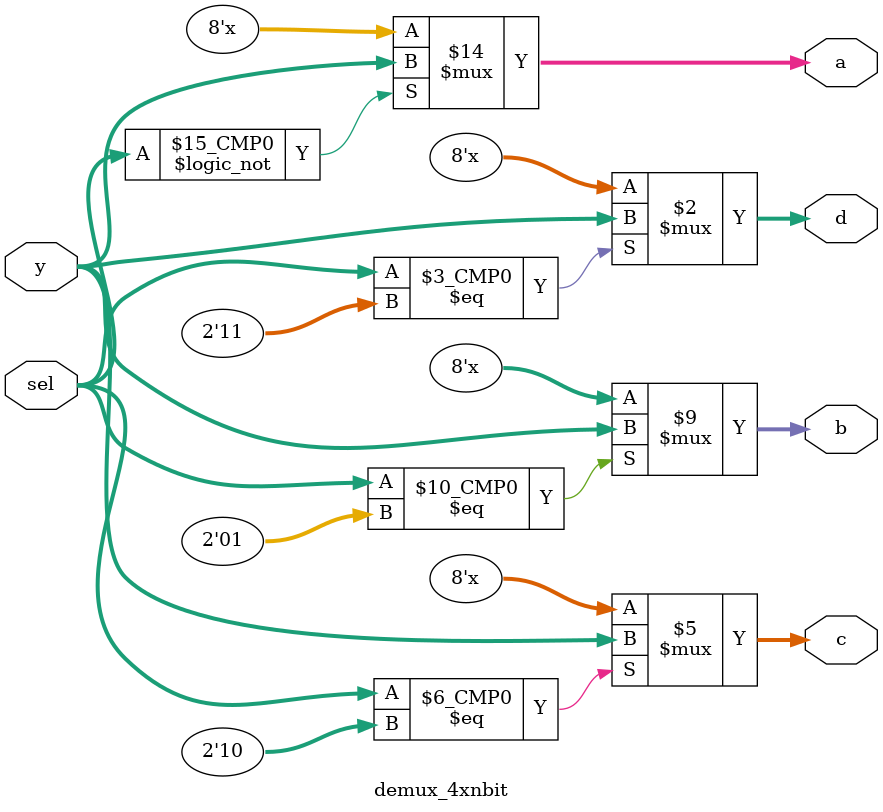
<source format=v>
module demux_4xnbit (a,b,c,d,sel,y);

parameter n = 8;
input [n-1:0]y;
input [1:0]sel;
output reg [n-1:0]a,b,c,d;

always @(*) begin

    case(sel)
        2'b00: begin a=y; b=8'dX; c=8'dX; d=8'dX; end
        2'b01: begin a=8'dX; b=y; c=8'dX; d=8'dX; end
        2'b10: begin a=8'dX; b=8'dX; c=y; d=8'dX; end
        2'b11: begin a=8'dX; b=8'dX; c=8'dX; d=y; end
        default: begin a=8'dX; b=8'dX; c=8'dX; d=8'dX; end
    endcase

end
    
endmodule
</source>
